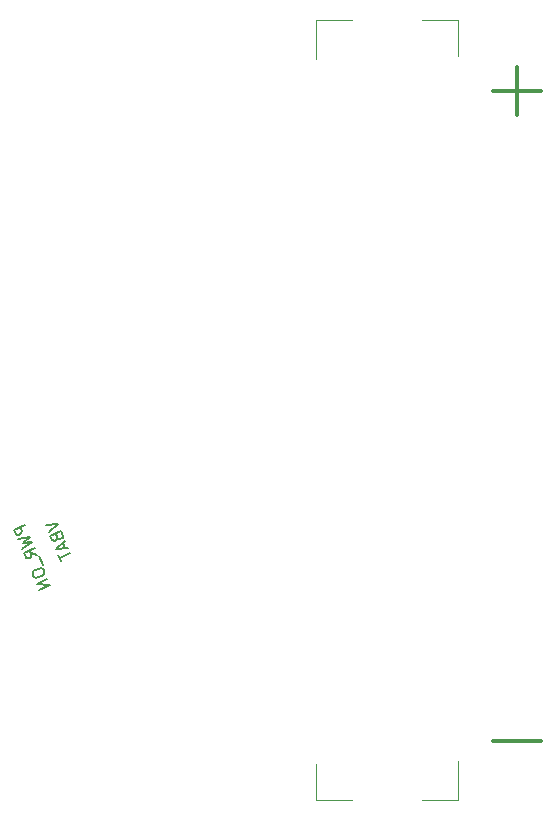
<source format=gbo>
%TF.GenerationSoftware,KiCad,Pcbnew,7.0.8*%
%TF.CreationDate,2023-10-15T21:23:35+02:00*%
%TF.ProjectId,blinkekatze,626c696e-6b65-46b6-9174-7a652e6b6963,rev?*%
%TF.SameCoordinates,Original*%
%TF.FileFunction,Legend,Bot*%
%TF.FilePolarity,Positive*%
%FSLAX46Y46*%
G04 Gerber Fmt 4.6, Leading zero omitted, Abs format (unit mm)*
G04 Created by KiCad (PCBNEW 7.0.8) date 2023-10-15 21:23:35*
%MOMM*%
%LPD*%
G01*
G04 APERTURE LIST*
%ADD10C,0.300000*%
%ADD11C,0.150000*%
%ADD12C,0.120000*%
G04 APERTURE END LIST*
D10*
X111000000Y-71000000D02*
X111000000Y-75000000D01*
X109000000Y-128000000D02*
X113000000Y-128000000D01*
X109000000Y-73000000D02*
X113000000Y-73000000D01*
D11*
X69349077Y-109737091D02*
X68425198Y-110119775D01*
X68425198Y-110119775D02*
X68570982Y-110471729D01*
X68570982Y-110471729D02*
X68651422Y-110541494D01*
X68651422Y-110541494D02*
X68713640Y-110567266D01*
X68713640Y-110567266D02*
X68819851Y-110574814D01*
X68819851Y-110574814D02*
X68951834Y-110520145D01*
X68951834Y-110520145D02*
X69021599Y-110439704D01*
X69021599Y-110439704D02*
X69047371Y-110377487D01*
X69047371Y-110377487D02*
X69054919Y-110271276D01*
X69054919Y-110271276D02*
X68909135Y-109919321D01*
X68771435Y-110955666D02*
X69786430Y-110792954D01*
X69786430Y-110792954D02*
X69199408Y-111242276D01*
X69199408Y-111242276D02*
X69932214Y-111144908D01*
X69932214Y-111144908D02*
X69099450Y-111747562D01*
X70387789Y-112244764D02*
X69820286Y-112119034D01*
X70169113Y-111716833D02*
X69245234Y-112099516D01*
X69245234Y-112099516D02*
X69391018Y-112451470D01*
X69391018Y-112451470D02*
X69471458Y-112521236D01*
X69471458Y-112521236D02*
X69533675Y-112547007D01*
X69533675Y-112547007D02*
X69639887Y-112554555D01*
X69639887Y-112554555D02*
X69771870Y-112499886D01*
X69771870Y-112499886D02*
X69841635Y-112419446D01*
X69841635Y-112419446D02*
X69867407Y-112357229D01*
X69867407Y-112357229D02*
X69874955Y-112251017D01*
X69874955Y-112251017D02*
X69729171Y-111899063D01*
X70548670Y-112384295D02*
X70840238Y-113088203D01*
X69992378Y-113903281D02*
X70065270Y-114079258D01*
X70065270Y-114079258D02*
X70145710Y-114149024D01*
X70145710Y-114149024D02*
X70270145Y-114200566D01*
X70270145Y-114200566D02*
X70464345Y-114171669D01*
X70464345Y-114171669D02*
X70772304Y-114044107D01*
X70772304Y-114044107D02*
X70930059Y-113927221D01*
X70930059Y-113927221D02*
X70981601Y-113802787D01*
X70981601Y-113802787D02*
X70989149Y-113696575D01*
X70989149Y-113696575D02*
X70916257Y-113520598D01*
X70916257Y-113520598D02*
X70835817Y-113450832D01*
X70835817Y-113450832D02*
X70711382Y-113399290D01*
X70711382Y-113399290D02*
X70517182Y-113428188D01*
X70517182Y-113428188D02*
X70209222Y-113555749D01*
X70209222Y-113555749D02*
X70051468Y-113672635D01*
X70051468Y-113672635D02*
X69999926Y-113797070D01*
X69999926Y-113797070D02*
X69992378Y-113903281D01*
X71244272Y-114312495D02*
X70320392Y-114695178D01*
X70320392Y-114695178D02*
X71462948Y-114840426D01*
X71462948Y-114840426D02*
X70539068Y-115223109D01*
X71120529Y-109737792D02*
X72171969Y-109663068D01*
X72171969Y-109663068D02*
X71375651Y-110353712D01*
X72070716Y-110787401D02*
X72169379Y-110901161D01*
X72169379Y-110901161D02*
X72231597Y-110926932D01*
X72231597Y-110926932D02*
X72337808Y-110934480D01*
X72337808Y-110934480D02*
X72469791Y-110879811D01*
X72469791Y-110879811D02*
X72539556Y-110799371D01*
X72539556Y-110799371D02*
X72565328Y-110737154D01*
X72565328Y-110737154D02*
X72572876Y-110630942D01*
X72572876Y-110630942D02*
X72427092Y-110278988D01*
X72427092Y-110278988D02*
X71503212Y-110661672D01*
X71503212Y-110661672D02*
X71630773Y-110969631D01*
X71630773Y-110969631D02*
X71711214Y-111039397D01*
X71711214Y-111039397D02*
X71773431Y-111065168D01*
X71773431Y-111065168D02*
X71879643Y-111072716D01*
X71879643Y-111072716D02*
X71967631Y-111036270D01*
X71967631Y-111036270D02*
X72037397Y-110955830D01*
X72037397Y-110955830D02*
X72063168Y-110893613D01*
X72063168Y-110893613D02*
X72070716Y-110787401D01*
X72070716Y-110787401D02*
X71943155Y-110479441D01*
X72527587Y-111268211D02*
X72709817Y-111708154D01*
X72755106Y-111070885D02*
X71958788Y-111761528D01*
X71958788Y-111761528D02*
X73010228Y-111686805D01*
X72159241Y-112245465D02*
X72377917Y-112773396D01*
X73192459Y-112126747D02*
X72268579Y-112509431D01*
D12*
%TO.C,BTT2*%
X94000000Y-130000000D02*
X94000000Y-133000000D01*
X106000000Y-133000000D02*
X106000000Y-129700000D01*
X106000000Y-133000000D02*
X103000000Y-133000000D01*
X94000000Y-133000000D02*
X97000000Y-133000000D01*
%TO.C,BTT1*%
X106000000Y-70000000D02*
X106000000Y-67000000D01*
X94000000Y-67000000D02*
X94000000Y-70300000D01*
X94000000Y-67000000D02*
X97000000Y-67000000D01*
X106000000Y-67000000D02*
X103000000Y-67000000D01*
%TD*%
M02*

</source>
